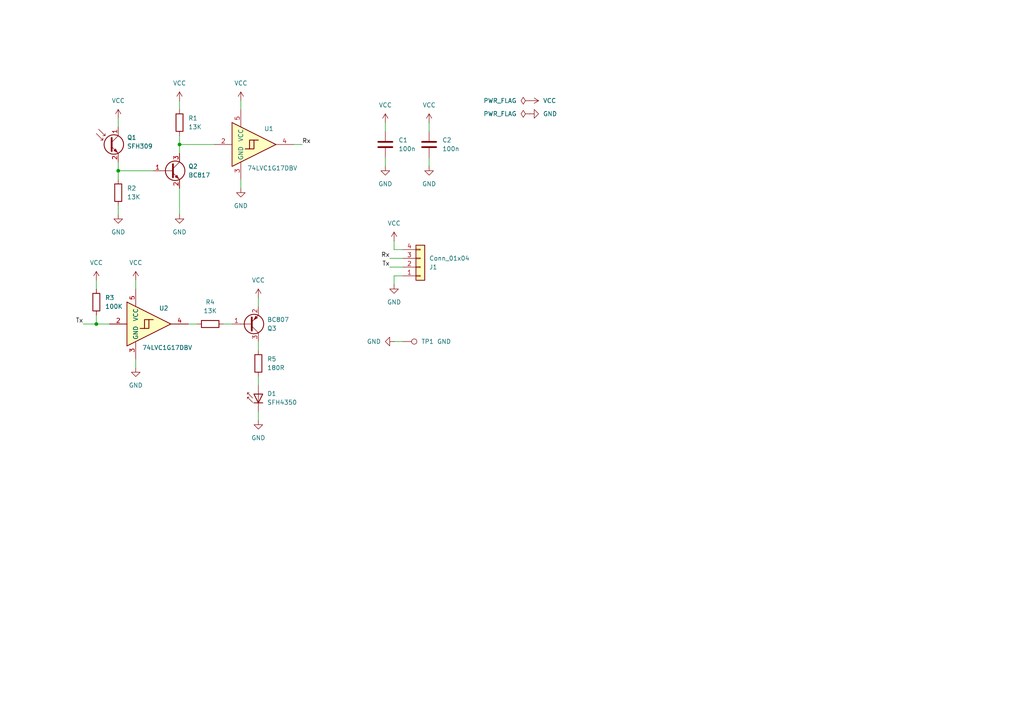
<source format=kicad_sch>
(kicad_sch (version 20250114) (generator "eeschema") (generator_version "9.0")
  (paper "A4")
  (title_block (title "Smart Meter Reader") (date "2024-10-20") (rev "v1.0") (company "Marius Greuel"))
  (lib_symbols
    (symbol "74xGxx:74LVC1G17"
      (property "Reference" "U" (at 0 3.81 0))
      (property "Value" "74LVC1G17" (at 0 -3.81 0))
      (symbol "74LVC1G17_0_1"
        (polyline (pts (xy -7.62 6.35) (xy -7.62 -6.35) (xy 5.08 0) (xy -7.62 6.35)) (stroke (width 0.254)) (fill (type background)))
        (polyline (pts (xy -3.81 -1.27) (xy -2.54 -1.27) (xy -2.54 1.27) (xy -1.27 1.27)) (stroke (width 0.254)) (fill (type background)))
        (polyline (pts (xy -2.54 -1.27) (xy -1.27 -1.27) (xy -1.27 1.27) (xy 0 1.27)) (stroke (width 0.254)) (fill (type background)))
      )
      (symbol "74LVC1G17_1_1"
        (pin input line (at -12.7 0 0) (length 5.08) (name "~") (number "2"))
        (pin no_connect line (at -7.62 5.08 180) (length 5.08) (hide yes) (name "NC") (number "1"))
        (pin power_in line (at -5.08 10.16 270) (length 5.08) (name "VCC") (number "5"))
        (pin power_in line (at -5.08 -10.16 90) (length 5.08) (name "GND") (number "3"))
        (pin output line (at 10.16 0 180) (length 5.08) (name "~") (number "4"))
      )
    )
    (symbol "Connector:TestPoint" (pin_numbers (hide yes)) (pin_names (offset 0.762) (hide yes))
      (property "Reference" "TP" (at 0 6.858 0))
      (property "Value" "TestPoint" (at 0 5.08 0))
      (symbol "TestPoint_0_1"
        (circle (center 0 3.302) (radius 0.762))
      )
      (symbol "TestPoint_1_1"
        (pin passive line (at 0 0 90) (length 2.54) (name "1") (number "1"))
      )
    )
    (symbol "Connector_Generic:Conn_01x04" (pin_names (offset 1.016) (hide yes))
      (property "Reference" "J" (at 0 5.08 0))
      (property "Value" "Conn_01x04" (at 0 -7.62 0))
      (symbol "Conn_01x04_1_1"
        (rectangle (start -1.27 3.81) (end 1.27 -6.35) (stroke (width 0.254)) (fill (type background)))
        (rectangle (start -1.27 2.667) (end 0 2.413) (stroke (width 0.1524)))
        (rectangle (start -1.27 0.127) (end 0 -0.127) (stroke (width 0.1524)))
        (rectangle (start -1.27 -2.413) (end 0 -2.667) (stroke (width 0.1524)))
        (rectangle (start -1.27 -4.953) (end 0 -5.207) (stroke (width 0.1524)))
        (pin passive line (at -5.08 2.54 0) (length 3.81) (name "Pin_1") (number "1"))
        (pin passive line (at -5.08 0 0) (length 3.81) (name "Pin_2") (number "2"))
        (pin passive line (at -5.08 -2.54 0) (length 3.81) (name "Pin_3") (number "3"))
        (pin passive line (at -5.08 -5.08 0) (length 3.81) (name "Pin_4") (number "4"))
      )
    )
    (symbol "Device:C" (pin_numbers (hide yes)) (pin_names (offset 0.254))
      (property "Reference" "C" (at 0.635 2.54 0))
      (property "Value" "C" (at 0.635 -2.54 0))
      (symbol "C_0_1"
        (polyline (pts (xy -2.032 0.762) (xy 2.032 0.762)) (stroke (width 0.508)))
        (polyline (pts (xy -2.032 -0.762) (xy 2.032 -0.762)) (stroke (width 0.508)))
      )
      (symbol "C_1_1"
        (pin passive line (at 0 3.81 270) (length 2.794) (name "~") (number "1"))
        (pin passive line (at 0 -3.81 90) (length 2.794) (name "~") (number "2"))
      )
    )
    (symbol "Device:R" (pin_numbers (hide yes)) (pin_names (offset 0))
      (property "Reference" "R" (at 2.032 0 90))
      (property "Value" "R" (at 0 0 90))
      (symbol "R_0_1"
        (rectangle (start -1.016 -2.54) (end 1.016 2.54) (stroke (width 0.254)))
      )
      (symbol "R_1_1"
        (pin passive line (at 0 3.81 270) (length 1.27) (name "~") (number "1"))
        (pin passive line (at 0 -3.81 90) (length 1.27) (name "~") (number "2"))
      )
    )
    (symbol "LED:SFH4346" (pin_numbers (hide yes)) (pin_names (offset 1.016) (hide yes))
      (property "Reference" "D" (at 0.508 1.778 0))
      (property "Value" "SFH4346" (at -1.016 -2.794 0))
      (symbol "SFH4346_0_1"
        (polyline (pts (xy -2.54 1.27) (xy -2.54 -1.27)) (stroke (width 0.254)))
        (polyline (pts (xy -2.413 1.651) (xy -0.889 3.175) (xy -0.889 2.667) (xy -0.889 3.175) (xy -1.397 3.175)))
        (polyline (pts (xy -1.143 1.651) (xy 0.381 3.175) (xy 0.381 2.667)))
        (polyline (pts (xy 0 1.27) (xy -2.54 0) (xy 0 -1.27) (xy 0 1.27)) (stroke (width 0.254)))
        (polyline (pts (xy 0 0) (xy -2.54 0)))
        (polyline (pts (xy 0.381 3.175) (xy -0.127 3.175)))
      )
      (symbol "SFH4346_1_1"
        (pin passive line (at -5.08 0 0) (length 2.54) (name "K") (number "1"))
        (pin passive line (at 2.54 0 180) (length 2.54) (name "A") (number "2"))
      )
    )
    (symbol "Sensor_Optical:SFH309" (pin_names (offset 0) (hide yes))
      (property "Reference" "Q" (at 5.08 1.27 0))
      (property "Value" "SFH309" (at 5.08 -1.27 0))
      (symbol "SFH309_0_1"
        (polyline (pts (xy -3.81 3.175) (xy -1.905 1.27) (xy -1.905 1.905)))
        (polyline (pts (xy -3.175 4.445) (xy -1.27 2.54) (xy -1.27 3.175)))
        (polyline (pts (xy -1.905 1.27) (xy -2.54 1.27)))
        (polyline (pts (xy -1.27 2.54) (xy -1.905 2.54)))
        (polyline (pts (xy 0.635 1.905) (xy 0.635 -1.905) (xy 0.635 -1.905)) (stroke (width 0.508)))
        (polyline (pts (xy 0.635 0.635) (xy 2.54 2.54)))
        (polyline (pts (xy 0.635 -0.635) (xy 2.54 -2.54) (xy 2.54 -2.54)))
        (circle (center 1.27 0) (radius 2.8194) (stroke (width 0.254)))
        (polyline (pts (xy 1.27 -1.778) (xy 1.778 -1.27) (xy 2.286 -2.286) (xy 1.27 -1.778) (xy 1.27 -1.778)) (fill (type outline)))
      )
      (symbol "SFH309_1_1"
        (pin passive line (at 2.54 5.08 270) (length 2.54) (name "C") (number "1"))
        (pin passive line (at 2.54 -5.08 90) (length 2.54) (name "E") (number "2"))
      )
    )
    (symbol "Transistor_BJT:BC807" (pin_names (offset 0) (hide yes))
      (property "Reference" "Q" (at 5.08 1.905 0))
      (property "Value" "BC807" (at 5.08 0 0))
      (symbol "BC807_0_1"
        (polyline (pts (xy -2.54 0) (xy 0.635 0)))
        (polyline (pts (xy 0.635 1.905) (xy 0.635 -1.905)) (stroke (width 0.508)))
        (polyline (pts (xy 0.635 0.635) (xy 2.54 2.54)))
        (polyline (pts (xy 0.635 -0.635) (xy 2.54 -2.54)))
        (circle (center 1.27 0) (radius 2.8194) (stroke (width 0.254)))
        (polyline (pts (xy 2.286 -1.778) (xy 1.778 -2.286) (xy 1.27 -1.27) (xy 2.286 -1.778)) (fill (type outline)))
      )
      (symbol "BC807_1_1"
        (pin input line (at -5.08 0 0) (length 2.54) (name "B") (number "1"))
        (pin passive line (at 2.54 5.08 270) (length 2.54) (name "C") (number "3"))
        (pin passive line (at 2.54 -5.08 90) (length 2.54) (name "E") (number "2"))
      )
    )
    (symbol "Transistor_BJT:BC817" (pin_names (offset 0) (hide yes))
      (property "Reference" "Q" (at 5.08 1.905 0))
      (property "Value" "BC817" (at 5.08 0 0))
      (symbol "BC817_0_1"
        (polyline (pts (xy -2.54 0) (xy 0.635 0)))
        (polyline (pts (xy 0.635 1.905) (xy 0.635 -1.905)) (stroke (width 0.508)))
        (circle (center 1.27 0) (radius 2.8194) (stroke (width 0.254)))
      )
      (symbol "BC817_1_1"
        (polyline (pts (xy 0.635 0.635) (xy 2.54 2.54)))
        (polyline (pts (xy 0.635 -0.635) (xy 2.54 -2.54)))
        (polyline (pts (xy 1.27 -1.778) (xy 1.778 -1.27) (xy 2.286 -2.286) (xy 1.27 -1.778)) (fill (type outline)))
        (pin input line (at -5.08 0 0) (length 2.54) (name "B") (number "1"))
        (pin passive line (at 2.54 5.08 270) (length 2.54) (name "C") (number "3"))
        (pin passive line (at 2.54 -5.08 90) (length 2.54) (name "E") (number "2"))
      )
    )
    (symbol "power:GND" (power) (pin_numbers (hide yes)) (pin_names (offset 0) (hide yes))
      (property "Value" "GND" (at 0 -3.81 0))
      (symbol "GND_0_1"
        (polyline (pts (xy 0 0) (xy 0 -1.27) (xy 1.27 -1.27) (xy 0 -2.54) (xy -1.27 -1.27) (xy 0 -1.27)))
      )
      (symbol "GND_1_1"
        (pin power_in line (at 0 0 270) (length 0) (name "~") (number "1"))
      )
    )
    (symbol "power:PWR_FLAG" (power) (pin_numbers (hide yes)) (pin_names (offset 0) (hide yes))
      (property "Value" "PWR_FLAG" (at 0 3.81 0))
      (symbol "PWR_FLAG_0_0"
        (pin power_out line (at 0 0 90) (length 0) (name "~") (number "1"))
      )
      (symbol "PWR_FLAG_0_1"
        (polyline (pts (xy 0 0) (xy 0 1.27) (xy -1.016 1.905) (xy 0 2.54) (xy 1.016 1.905) (xy 0 1.27)))
      )
    )
    (symbol "power:VCC" (power) (pin_numbers (hide yes)) (pin_names (offset 0) (hide yes))
      (property "Value" "VCC" (at 0 3.556 0))
      (symbol "VCC_0_1"
        (polyline (pts (xy -0.762 1.27) (xy 0 2.54)))
        (polyline (pts (xy 0 2.54) (xy 0.762 1.27)))
        (polyline (pts (xy 0 0) (xy 0 2.54)))
      )
      (symbol "VCC_1_1"
        (pin power_in line (at 0 0 90) (length 0) (name "~") (number "1"))
      )
    )
  )
  (junction (at 52.07 41.91))
  (junction (at 34.29 49.53))
  (junction (at 27.94 93.98))
  (wire (pts (xy 116.84 80.01) (xy 114.3 80.01)))
  (wire (pts (xy 124.46 35.56) (xy 124.46 38.1)))
  (wire (pts (xy 52.07 29.21) (xy 52.07 31.75)))
  (wire (pts (xy 34.29 49.53) (xy 44.45 49.53)))
  (wire (pts (xy 111.76 35.56) (xy 111.76 38.1)))
  (wire (pts (xy 74.93 109.22) (xy 74.93 111.76)))
  (wire (pts (xy 74.93 86.36) (xy 74.93 88.9)))
  (wire (pts (xy 34.29 46.99) (xy 34.29 49.53)))
  (wire (pts (xy 124.46 45.72) (xy 124.46 48.26)))
  (wire (pts (xy 114.3 72.39) (xy 116.84 72.39)))
  (wire (pts (xy 85.09 41.91) (xy 87.63 41.91)))
  (wire (pts (xy 52.07 39.37) (xy 52.07 41.91)))
  (wire (pts (xy 74.93 119.38) (xy 74.93 121.92)))
  (wire (pts (xy 114.3 80.01) (xy 114.3 82.55)))
  (wire (pts (xy 52.07 41.91) (xy 52.07 44.45)))
  (wire (pts (xy 116.84 99.06) (xy 114.3 99.06)))
  (wire (pts (xy 74.93 99.06) (xy 74.93 101.6)))
  (wire (pts (xy 34.29 34.29) (xy 34.29 36.83)))
  (wire (pts (xy 69.85 29.21) (xy 69.85 31.75)))
  (wire (pts (xy 34.29 59.69) (xy 34.29 62.23)))
  (wire (pts (xy 64.77 93.98) (xy 67.31 93.98)))
  (wire (pts (xy 39.37 104.14) (xy 39.37 106.68)))
  (wire (pts (xy 114.3 69.85) (xy 114.3 72.39)))
  (wire (pts (xy 24.13 93.98) (xy 27.94 93.98)))
  (wire (pts (xy 27.94 93.98) (xy 31.75 93.98)))
  (wire (pts (xy 27.94 91.44) (xy 27.94 93.98)))
  (wire (pts (xy 54.61 93.98) (xy 57.15 93.98)))
  (wire (pts (xy 113.03 77.47) (xy 116.84 77.47)))
  (wire (pts (xy 52.07 41.91) (xy 62.23 41.91)))
  (wire (pts (xy 39.37 81.28) (xy 39.37 83.82)))
  (wire (pts (xy 27.94 81.28) (xy 27.94 83.82)))
  (wire (pts (xy 34.29 49.53) (xy 34.29 52.07)))
  (wire (pts (xy 52.07 54.61) (xy 52.07 62.23)))
  (wire (pts (xy 69.85 52.07) (xy 69.85 54.61)))
  (wire (pts (xy 113.03 74.93) (xy 116.84 74.93)))
  (wire (pts (xy 111.76 45.72) (xy 111.76 48.26)))
  (label "Rx" (at 87.63 41.91 0))
  (label "Tx" (at 113.03 77.47 180))
  (label "Rx" (at 113.03 74.93 180))
  (label "Tx" (at 24.13 93.98 180))
  (symbol (lib_id "Device:C") (at 124.46 41.91 0) (unit 1)
    (property "Reference" "C2" (at 128.27 40.6399 0) (effects (justify left)))
    (property "Value" "100n" (at 128.27 43.1799 0) (effects (justify left)))
    (property "Footprint" "Capacitor_SMD:C_0805_2012Metric" (effects (hide yes)))
    (property "Description" "Unpolarized capacitor" (effects (hide yes)))
  )
  (symbol (lib_id "power:GND") (at 74.93 121.92 0) (unit 1)
    (property "Reference" "#PWR019" (effects (hide yes)))
    (property "Value" "GND" (at 74.93 127 0))
    (property "Description" "Power symbol creates a global label with name \"GND\" , ground" (effects (hide yes)))
  )
  (symbol (lib_id "power:VCC") (at 124.46 35.56 0) (unit 1)
    (property "Reference" "#PWR05" (effects (hide yes)))
    (property "Value" "VCC" (at 124.46 30.48 0))
    (property "Description" "Power symbol creates a global label with name \"VCC\"" (effects (hide yes)))
  )
  (symbol (lib_id "power:VCC") (at 27.94 81.28 0) (unit 1)
    (property "Reference" "#PWR012" (effects (hide yes)))
    (property "Value" "VCC" (at 27.94 76.2 0))
    (property "Description" "Power symbol creates a global label with name \"VCC\"" (effects (hide yes)))
  )
  (symbol (lib_id "power:GND") (at 69.85 54.61 0) (unit 1)
    (property "Reference" "#PWR08" (effects (hide yes)))
    (property "Value" "GND" (at 69.85 59.69 0))
    (property "Description" "Power symbol creates a global label with name \"GND\" , ground" (effects (hide yes)))
  )
  (symbol (lib_id "power:GND") (at 153.67 33.02 90) (unit 1)
    (property "Reference" "#PWR020" (effects (hide yes)))
    (property "Value" "GND" (at 157.48 33.0199 90) (effects (justify right)))
    (property "Description" "Power symbol creates a global label with name \"GND\" , ground" (effects (hide yes)))
  )
  (symbol (lib_id "power:VCC") (at 111.76 35.56 0) (unit 1)
    (property "Reference" "#PWR04" (effects (hide yes)))
    (property "Value" "VCC" (at 111.76 30.48 0))
    (property "Description" "Power symbol creates a global label with name \"VCC\"" (effects (hide yes)))
  )
  (symbol (lib_id "Device:R") (at 27.94 87.63 0) (unit 1)
    (property "Reference" "R3" (at 30.48 86.3599 0) (effects (justify left)))
    (property "Value" "100K" (at 30.48 88.8999 0) (effects (justify left)))
    (property "Footprint" "Resistor_SMD:R_0805_2012Metric" (effects (hide yes)))
    (property "Description" "Resistor" (effects (hide yes)))
  )
  (symbol (lib_id "Connector:TestPoint") (at 116.84 99.06 270) (unit 1)
    (property "Reference" "TP1" (at 122.174 99.06 90) (effects (justify left)))
    (property "Value" "GND" (at 126.746 99.06 90) (effects (justify left)))
    (property "Footprint" "TestPoint:TestPoint_Pad_D1.0mm" (effects (hide yes)))
    (property "Description" "test point" (effects (hide yes)))
  )
  (symbol (lib_id "power:VCC") (at 153.67 29.21 270) (unit 1)
    (property "Reference" "#PWR018" (effects (hide yes)))
    (property "Value" "VCC" (at 157.48 29.2099 90) (effects (justify left)))
    (property "Description" "Power symbol creates a global label with name \"VCC\"" (effects (hide yes)))
  )
  (symbol (lib_id "power:VCC") (at 114.3 69.85 0) (unit 1)
    (property "Reference" "#PWR011" (effects (hide yes)))
    (property "Value" "VCC" (at 114.3 64.77 0))
    (property "Description" "Power symbol creates a global label with name \"VCC\"" (effects (hide yes)))
  )
  (symbol (lib_id "power:GND") (at 39.37 106.68 0) (unit 1)
    (property "Reference" "#PWR017" (effects (hide yes)))
    (property "Value" "GND" (at 39.37 111.76 0))
    (property "Description" "Power symbol creates a global label with name \"GND\" , ground" (effects (hide yes)))
  )
  (symbol (lib_id "Sensor_Optical:SFH309") (at 31.75 41.91 0) (unit 1)
    (property "Reference" "Q1" (at 36.83 39.8906 0) (effects (justify left)))
    (property "Value" "SFH309" (at 36.83 42.4306 0) (effects (justify left)))
    (property "Footprint" "LED_THT:LED_D3.0mm_Clear" (effects (hide yes)))
    (property "Datasheet" "http://www.osram-os.com/Graphics/XPic2/00101811_0.pdf/SFH%20309,%20SFH%20309%20FA,%20Lead%20(Pb)%20Free%20Product%20-%20RoHS%20Compliant.pdf" (effects (hide yes)))
    (property "Description" "Phototransistor NPN" (effects (hide yes)))
  )
  (symbol (lib_id "power:GND") (at 114.3 99.06 270) (unit 1)
    (property "Reference" "#PWR016" (effects (hide yes)))
    (property "Value" "GND" (at 110.49 99.0599 90) (effects (justify right)))
    (property "Description" "Power symbol creates a global label with name \"GND\" , ground" (effects (hide yes)))
  )
  (symbol (lib_id "Device:C") (at 111.76 41.91 0) (unit 1)
    (property "Reference" "C1" (at 115.57 40.6399 0) (effects (justify left)))
    (property "Value" "100n" (at 115.57 43.1799 0) (effects (justify left)))
    (property "Footprint" "Capacitor_SMD:C_0805_2012Metric" (effects (hide yes)))
    (property "Description" "Unpolarized capacitor" (effects (hide yes)))
  )
  (symbol (lib_id "power:PWR_FLAG") (at 153.67 33.02 90) (unit 1)
    (property "Reference" "#FLG02" (effects (hide yes)))
    (property "Value" "PWR_FLAG" (at 149.86 33.0199 90) (effects (justify left)))
    (property "Description" "Special symbol for telling ERC where power comes from" (effects (hide yes)))
  )
  (symbol (lib_id "power:GND") (at 34.29 62.23 0) (unit 1)
    (property "Reference" "#PWR09" (effects (hide yes)))
    (property "Value" "GND" (at 34.29 67.31 0))
    (property "Description" "Power symbol creates a global label with name \"GND\" , ground" (effects (hide yes)))
  )
  (symbol (lib_id "power:VCC") (at 34.29 34.29 0) (mirror y) (unit 1)
    (property "Reference" "#PWR03" (effects (hide yes)))
    (property "Value" "VCC" (at 34.29 29.21 0))
    (property "Description" "Power symbol creates a global label with name \"VCC\"" (effects (hide yes)))
  )
  (symbol (lib_id "Device:R") (at 52.07 35.56 0) (unit 1)
    (property "Reference" "R1" (at 54.61 34.2899 0) (effects (justify left)))
    (property "Value" "13K" (at 54.61 36.8299 0) (effects (justify left)))
    (property "Footprint" "Resistor_SMD:R_0805_2012Metric" (effects (hide yes)))
    (property "Description" "Resistor" (effects (hide yes)))
  )
  (symbol (lib_id "Transistor_BJT:BC807") (at 72.39 93.98 0) (mirror x) (unit 1)
    (property "Reference" "Q3" (at 77.47 95.2501 0) (effects (justify left)))
    (property "Value" "BC807" (at 77.47 92.7101 0) (effects (justify left)))
    (property "Footprint" "Package_TO_SOT_SMD:SOT-23" (effects (hide yes)))
    (property "Datasheet" "https://www.onsemi.com/pub/Collateral/BC808-D.pdf" (effects (hide yes)))
    (property "Description" "0.8A Ic, 45V Vce, PNP Transistor, SOT-23" (effects (hide yes)))
  )
  (symbol (lib_id "power:VCC") (at 52.07 29.21 0) (unit 1)
    (property "Reference" "#PWR01" (effects (hide yes)))
    (property "Value" "VCC" (at 52.07 24.13 0))
    (property "Description" "Power symbol creates a global label with name \"VCC\"" (effects (hide yes)))
  )
  (symbol (lib_id "power:PWR_FLAG") (at 153.67 29.21 90) (unit 1)
    (property "Reference" "#FLG01" (effects (hide yes)))
    (property "Value" "PWR_FLAG" (at 149.86 29.2099 90) (effects (justify left)))
    (property "Description" "Special symbol for telling ERC where power comes from" (effects (hide yes)))
  )
  (symbol (lib_id "power:GND") (at 52.07 62.23 0) (unit 1)
    (property "Reference" "#PWR010" (effects (hide yes)))
    (property "Value" "GND" (at 52.07 67.31 0))
    (property "Description" "Power symbol creates a global label with name \"GND\" , ground" (effects (hide yes)))
  )
  (symbol (lib_id "Device:R") (at 74.93 105.41 0) (unit 1)
    (property "Reference" "R5" (at 77.47 104.1399 0) (effects (justify left)))
    (property "Value" "180R" (at 77.47 106.6799 0) (effects (justify left)))
    (property "Footprint" "Resistor_SMD:R_0805_2012Metric" (effects (hide yes)))
    (property "Description" "Resistor" (effects (hide yes)))
  )
  (symbol (lib_id "power:GND") (at 124.46 48.26 0) (unit 1)
    (property "Reference" "#PWR07" (effects (hide yes)))
    (property "Value" "GND" (at 124.46 53.34 0))
    (property "Description" "Power symbol creates a global label with name \"GND\" , ground" (effects (hide yes)))
  )
  (symbol (lib_id "74xGxx:74LVC1G17") (at 74.93 41.91 0) (unit 1)
    (property "Reference" "U1" (at 77.978 37.338 0))
    (property "Value" "74LVC1G17DBV" (at 78.994 48.768 0))
    (property "Footprint" "Package_TO_SOT_SMD:SOT-23-5" (effects (hide yes)))
    (property "Datasheet" "https://www.ti.com/lit/ds/symlink/sn74lvc1g17.pdf" (effects (hide yes)))
    (property "Description" "Single Schmitt Buffer Gate, Low-Voltage CMOS" (effects (hide yes)))
  )
  (symbol (lib_id "power:GND") (at 114.3 82.55 0) (unit 1)
    (property "Reference" "#PWR014" (effects (hide yes)))
    (property "Value" "GND" (at 114.3 87.63 0))
    (property "Description" "Power symbol creates a global label with name \"GND\" , ground" (effects (hide yes)))
  )
  (symbol (lib_id "74xGxx:74LVC1G17") (at 44.45 93.98 0) (unit 1)
    (property "Reference" "U2" (at 47.498 89.408 0))
    (property "Value" "74LVC1G17DBV" (at 48.514 100.838 0))
    (property "Footprint" "Package_TO_SOT_SMD:SOT-23-5" (effects (hide yes)))
    (property "Datasheet" "https://www.ti.com/lit/ds/symlink/sn74lvc1g17.pdf" (effects (hide yes)))
    (property "Description" "Single Schmitt Buffer Gate, Low-Voltage CMOS" (effects (hide yes)))
  )
  (symbol (lib_id "Device:R") (at 60.96 93.98 90) (unit 1)
    (property "Reference" "R4" (at 60.96 87.63 90))
    (property "Value" "13K" (at 60.96 90.17 90))
    (property "Footprint" "Resistor_SMD:R_0805_2012Metric" (effects (hide yes)))
    (property "Description" "Resistor" (effects (hide yes)))
  )
  (symbol (lib_id "Transistor_BJT:BC817") (at 49.53 49.53 0) (unit 1)
    (property "Reference" "Q2" (at 54.61 48.2599 0) (effects (justify left)))
    (property "Value" "BC817" (at 54.61 50.7999 0) (effects (justify left)))
    (property "Footprint" "Package_TO_SOT_SMD:SOT-23" (effects (hide yes)))
    (property "Datasheet" "https://www.onsemi.com/pub/Collateral/BC818-D.pdf" (effects (hide yes)))
    (property "Description" "0.8A Ic, 45V Vce, NPN Transistor, SOT-23" (effects (hide yes)))
  )
  (symbol (lib_id "power:VCC") (at 39.37 81.28 0) (unit 1)
    (property "Reference" "#PWR013" (effects (hide yes)))
    (property "Value" "VCC" (at 39.37 76.2 0))
    (property "Description" "Power symbol creates a global label with name \"VCC\"" (effects (hide yes)))
  )
  (symbol (lib_id "LED:SFH4346") (at 74.93 114.3 90) (unit 1)
    (property "Reference" "D1" (at 77.47 114.1729 90) (effects (justify right)))
    (property "Value" "SFH4350" (at 77.47 116.7129 90) (effects (justify right)))
    (property "Footprint" "LED_THT:LED_D3.0mm_IRBlack" (effects (hide yes)))
    (property "Datasheet" "http://cdn-reichelt.de/documents/datenblatt/A500/SFH4346.pdf" (effects (hide yes)))
    (property "Description" "Infrared LED , 3mm LED package" (effects (hide yes)))
  )
  (symbol (lib_id "power:VCC") (at 74.93 86.36 0) (unit 1)
    (property "Reference" "#PWR015" (effects (hide yes)))
    (property "Value" "VCC" (at 74.93 81.28 0))
    (property "Description" "Power symbol creates a global label with name \"VCC\"" (effects (hide yes)))
  )
  (symbol (lib_id "power:GND") (at 111.76 48.26 0) (unit 1)
    (property "Reference" "#PWR06" (effects (hide yes)))
    (property "Value" "GND" (at 111.76 53.34 0))
    (property "Description" "Power symbol creates a global label with name \"GND\" , ground" (effects (hide yes)))
  )
  (symbol (lib_id "Device:R") (at 34.29 55.88 0) (unit 1)
    (property "Reference" "R2" (at 36.83 54.6099 0) (effects (justify left)))
    (property "Value" "13K" (at 36.83 57.1499 0) (effects (justify left)))
    (property "Footprint" "Resistor_SMD:R_0805_2012Metric" (effects (hide yes)))
    (property "Description" "Resistor" (effects (hide yes)))
  )
  (symbol (lib_id "power:VCC") (at 69.85 29.21 0) (unit 1)
    (property "Reference" "#PWR02" (effects (hide yes)))
    (property "Value" "VCC" (at 69.85 24.13 0))
    (property "Description" "Power symbol creates a global label with name \"VCC\"" (effects (hide yes)))
  )
  (symbol (lib_id "Connector_Generic:Conn_01x04") (at 121.92 77.47 0) (mirror x) (unit 1)
    (property "Reference" "J1" (at 124.46 77.4701 0) (effects (justify left)))
    (property "Value" "Conn_01x04" (at 124.46 74.9301 0) (effects (justify left)))
    (property "Footprint" "Connector_PinHeader_2.54mm:PinHeader_1x04_P2.54mm_Vertical" (effects (hide yes)))
    (property "Description" "Generic connector, single row, 01x04, script generated (kicad-library-utils/schlib/autogen/connector/)" (effects (hide yes)))
  )
)
</source>
